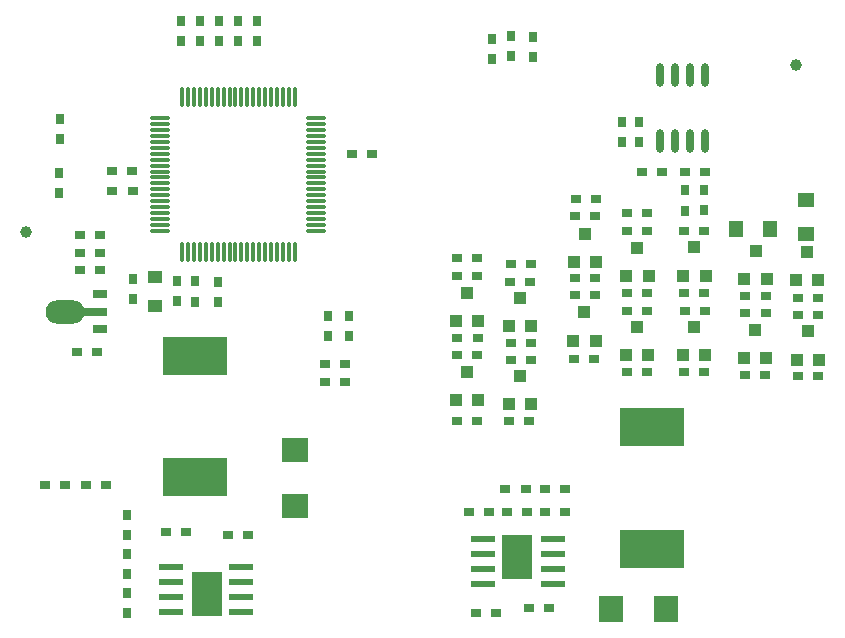
<source format=gtp>
G04 Layer_Color=8421504*
%FSLAX25Y25*%
%MOIN*%
G70*
G01*
G75*
%ADD10R,0.03100X0.03500*%
%ADD11R,0.03500X0.03100*%
%ADD12R,0.21260X0.12992*%
%ADD13R,0.05118X0.03937*%
%ADD14R,0.04000X0.04000*%
%ADD15R,0.05118X0.05512*%
%ADD16R,0.05000X0.03150*%
%ADD17R,0.10000X0.03150*%
%ADD18O,0.12992X0.07874*%
%ADD19R,0.08000X0.09055*%
%ADD20R,0.07874X0.02362*%
%ADD21R,0.09842X0.14961*%
%ADD22O,0.06693X0.01181*%
%ADD23O,0.01181X0.06693*%
%ADD24R,0.05512X0.05118*%
%ADD25R,0.09055X0.08000*%
%ADD26O,0.02400X0.08000*%
%ADD27C,0.03937*%
D10*
X20300Y171100D02*
D03*
Y177800D02*
D03*
X73000Y116651D02*
D03*
Y123351D02*
D03*
X109600Y112149D02*
D03*
Y105449D02*
D03*
X116600Y112000D02*
D03*
Y105300D02*
D03*
X65300Y123549D02*
D03*
Y116849D02*
D03*
X59400Y123649D02*
D03*
Y116949D02*
D03*
X44900Y117651D02*
D03*
Y124351D02*
D03*
X20200Y159800D02*
D03*
Y153100D02*
D03*
X235200Y147300D02*
D03*
Y154000D02*
D03*
X228800Y147200D02*
D03*
Y153900D02*
D03*
X178000Y198500D02*
D03*
Y205200D02*
D03*
X170900Y198700D02*
D03*
Y205400D02*
D03*
X164500Y197600D02*
D03*
Y204300D02*
D03*
X86100Y210500D02*
D03*
Y203800D02*
D03*
X79800Y210500D02*
D03*
Y203800D02*
D03*
X73500Y210500D02*
D03*
Y203800D02*
D03*
X60900Y210500D02*
D03*
Y203800D02*
D03*
X67200Y210500D02*
D03*
Y203800D02*
D03*
X42700Y13000D02*
D03*
Y19700D02*
D03*
Y26000D02*
D03*
Y32700D02*
D03*
Y39100D02*
D03*
Y45800D02*
D03*
X213500Y170000D02*
D03*
Y176700D02*
D03*
X207600Y170000D02*
D03*
Y176700D02*
D03*
D11*
X44600Y153700D02*
D03*
X37900D02*
D03*
X115400Y90100D02*
D03*
X108700D02*
D03*
X115300Y95900D02*
D03*
X108600D02*
D03*
X170700Y129500D02*
D03*
X177400D02*
D03*
X170600Y97500D02*
D03*
X177300D02*
D03*
X177200Y123500D02*
D03*
X170500D02*
D03*
X176900Y76900D02*
D03*
X170200D02*
D03*
X170600Y103100D02*
D03*
X177300D02*
D03*
X273000Y92100D02*
D03*
X266300D02*
D03*
X273100Y118200D02*
D03*
X266400D02*
D03*
X273100Y112300D02*
D03*
X266400D02*
D03*
X255500Y92400D02*
D03*
X248800D02*
D03*
X255600Y118600D02*
D03*
X248900D02*
D03*
X255600Y112900D02*
D03*
X248900D02*
D03*
X216100Y93400D02*
D03*
X209400D02*
D03*
X209500Y113800D02*
D03*
X216200D02*
D03*
X216100Y140300D02*
D03*
X209400D02*
D03*
X209500Y119800D02*
D03*
X216200D02*
D03*
X209400Y146500D02*
D03*
X216100D02*
D03*
X198500Y97800D02*
D03*
X191800D02*
D03*
X235200Y140500D02*
D03*
X228500D02*
D03*
X221049Y159900D02*
D03*
X214349D02*
D03*
X228851Y160100D02*
D03*
X235551D02*
D03*
X228500Y119800D02*
D03*
X235200D02*
D03*
X228300Y93400D02*
D03*
X235000D02*
D03*
X228600Y113800D02*
D03*
X235300D02*
D03*
X159300Y77100D02*
D03*
X152600D02*
D03*
X152700Y131300D02*
D03*
X159400D02*
D03*
X159300Y125300D02*
D03*
X152600D02*
D03*
X152900Y104800D02*
D03*
X159600D02*
D03*
X152800Y99000D02*
D03*
X159500D02*
D03*
X192000Y124700D02*
D03*
X198700D02*
D03*
X192000Y119000D02*
D03*
X198700D02*
D03*
X198900Y145300D02*
D03*
X192200D02*
D03*
X192300Y151200D02*
D03*
X199000D02*
D03*
X26051Y100200D02*
D03*
X32751D02*
D03*
X33849Y138900D02*
D03*
X27149D02*
D03*
X33849Y133100D02*
D03*
X27149D02*
D03*
X33849Y127300D02*
D03*
X27149D02*
D03*
X175600Y54300D02*
D03*
X168900D02*
D03*
X188800Y46600D02*
D03*
X182100D02*
D03*
X188700Y54300D02*
D03*
X182000D02*
D03*
X158951Y13000D02*
D03*
X165651D02*
D03*
X83049Y39100D02*
D03*
X76349D02*
D03*
X62349Y40000D02*
D03*
X55649D02*
D03*
X163300Y46600D02*
D03*
X156600D02*
D03*
X176000D02*
D03*
X169300D02*
D03*
X176851Y14600D02*
D03*
X183551D02*
D03*
X29100Y55600D02*
D03*
X35800D02*
D03*
X15300D02*
D03*
X22000D02*
D03*
X117800Y166200D02*
D03*
X124500D02*
D03*
X44500Y160500D02*
D03*
X37800D02*
D03*
D12*
X65400Y58224D02*
D03*
Y98776D02*
D03*
X217800Y34424D02*
D03*
Y74976D02*
D03*
D13*
X52000Y125143D02*
D03*
Y115300D02*
D03*
D14*
X173680Y92065D02*
D03*
X169940Y82616D02*
D03*
X177421D02*
D03*
X173800Y118024D02*
D03*
X170060Y108576D02*
D03*
X177540D02*
D03*
X269500Y133324D02*
D03*
X265760Y123876D02*
D03*
X273240D02*
D03*
X269700Y106924D02*
D03*
X265960Y97476D02*
D03*
X273440D02*
D03*
X252280Y133665D02*
D03*
X248540Y124216D02*
D03*
X256021D02*
D03*
X252100Y107424D02*
D03*
X248360Y97976D02*
D03*
X255840D02*
D03*
X212700Y108324D02*
D03*
X208960Y98876D02*
D03*
X216440D02*
D03*
X212900Y134824D02*
D03*
X209160Y125376D02*
D03*
X216640D02*
D03*
X195200Y113224D02*
D03*
X191460Y103776D02*
D03*
X198940D02*
D03*
X231900Y134924D02*
D03*
X228160Y125476D02*
D03*
X235640D02*
D03*
X231700Y108324D02*
D03*
X227960Y98876D02*
D03*
X235440D02*
D03*
X156100Y119824D02*
D03*
X152360Y110376D02*
D03*
X159840D02*
D03*
X156000Y93424D02*
D03*
X152260Y83976D02*
D03*
X159740D02*
D03*
X195500Y139524D02*
D03*
X191760Y130076D02*
D03*
X199240D02*
D03*
D15*
X245591Y140900D02*
D03*
X257009D02*
D03*
D16*
X33643Y107595D02*
D03*
Y119405D02*
D03*
D17*
X31143Y113500D02*
D03*
D18*
X22226D02*
D03*
D19*
X203950Y14300D02*
D03*
X222450D02*
D03*
D20*
X161314Y27700D02*
D03*
Y37700D02*
D03*
Y32700D02*
D03*
Y22700D02*
D03*
X184700Y37700D02*
D03*
Y32700D02*
D03*
Y27700D02*
D03*
Y22700D02*
D03*
X80686Y23300D02*
D03*
Y13300D02*
D03*
Y18300D02*
D03*
Y28300D02*
D03*
X57300Y13300D02*
D03*
Y18300D02*
D03*
Y23300D02*
D03*
Y28300D02*
D03*
D21*
X172700Y31700D02*
D03*
X69300Y19300D02*
D03*
D22*
X105884Y140499D02*
D03*
Y142468D02*
D03*
Y144436D02*
D03*
Y146405D02*
D03*
Y148373D02*
D03*
Y150342D02*
D03*
Y152310D02*
D03*
Y154279D02*
D03*
Y156247D02*
D03*
Y158216D02*
D03*
Y160184D02*
D03*
Y162153D02*
D03*
Y164121D02*
D03*
Y166090D02*
D03*
Y168058D02*
D03*
Y170027D02*
D03*
Y171995D02*
D03*
Y173964D02*
D03*
Y175932D02*
D03*
Y177901D02*
D03*
X53916D02*
D03*
Y175932D02*
D03*
Y173964D02*
D03*
Y171995D02*
D03*
Y170027D02*
D03*
Y168058D02*
D03*
Y166090D02*
D03*
Y164121D02*
D03*
Y162153D02*
D03*
Y160184D02*
D03*
Y158216D02*
D03*
Y156247D02*
D03*
Y154279D02*
D03*
Y152310D02*
D03*
Y150342D02*
D03*
Y148373D02*
D03*
Y146405D02*
D03*
Y144436D02*
D03*
Y142468D02*
D03*
Y140499D02*
D03*
D23*
X98601Y185184D02*
D03*
X96632D02*
D03*
X94664D02*
D03*
X92695D02*
D03*
X90727D02*
D03*
X88758D02*
D03*
X86790D02*
D03*
X84821D02*
D03*
X82853D02*
D03*
X80884D02*
D03*
X78916D02*
D03*
X76947D02*
D03*
X74979D02*
D03*
X73010D02*
D03*
X71042D02*
D03*
X69073D02*
D03*
X67105D02*
D03*
X65136D02*
D03*
X63168D02*
D03*
X61199D02*
D03*
Y133216D02*
D03*
X63168D02*
D03*
X65136D02*
D03*
X67105D02*
D03*
X69073D02*
D03*
X71042D02*
D03*
X73010D02*
D03*
X74979D02*
D03*
X76947D02*
D03*
X78916D02*
D03*
X80884D02*
D03*
X82853D02*
D03*
X84821D02*
D03*
X86790D02*
D03*
X88758D02*
D03*
X90727D02*
D03*
X92695D02*
D03*
X94664D02*
D03*
X96632D02*
D03*
X98601D02*
D03*
D24*
X269100Y150809D02*
D03*
Y139391D02*
D03*
D25*
X98600Y67250D02*
D03*
Y48750D02*
D03*
D26*
X235300Y170300D02*
D03*
X230300D02*
D03*
X225300D02*
D03*
X220300D02*
D03*
Y192300D02*
D03*
X225300D02*
D03*
X230300D02*
D03*
X235300D02*
D03*
D27*
X265700Y195800D02*
D03*
X9100Y140000D02*
D03*
M02*

</source>
